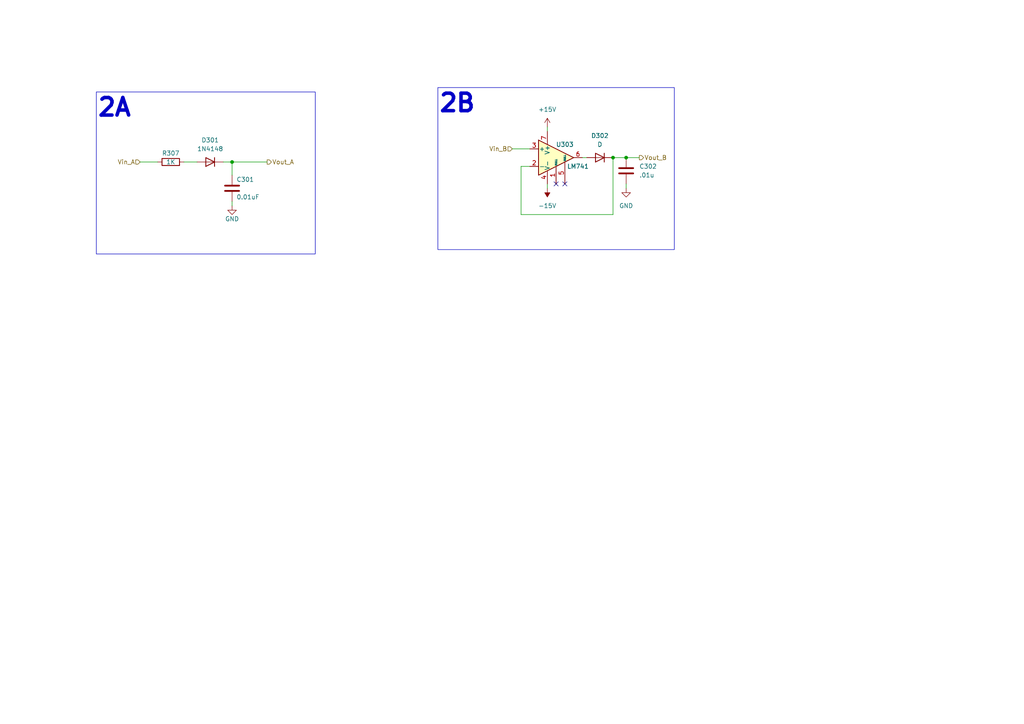
<source format=kicad_sch>
(kicad_sch (version 20230121) (generator eeschema)
  (paper "A4")
  (lib_symbols
    (symbol "Amplifier_Operational:LM741" (pin_names (offset 0.127))
      (property "Reference" "U" (at 0 6.35 0))
      (property "Value" "LM741" (at 0 3.81 0))
      (symbol "LM741_0_1"
        (polyline (pts (xy -5.08 5.08) (xy 5.08 0) (xy -5.08 -5.08) (xy -5.08 5.08)) (stroke (width 0.254)) (fill (type background)))
      )
      (symbol "LM741_1_1"
        (pin input line (at 0 -7.62 90) (length 5.08) (name "NULL") (number "1"))
        (pin input line (at -7.62 -2.54 0) (length 2.54) (name "-") (number "2"))
        (pin input line (at -7.62 2.54 0) (length 2.54) (name "+") (number "3"))
        (pin power_in line (at -2.54 -7.62 90) (length 3.81) (name "V-") (number "4"))
        (pin input line (at 2.54 -7.62 90) (length 6.35) (name "NULL") (number "5"))
        (pin output line (at 7.62 0 180) (length 2.54) (name "~") (number "6"))
        (pin power_in line (at -2.54 7.62 270) (length 3.81) (name "V+") (number "7"))
        (pin no_connect line (at 0 2.54 270) (length 2.54) hide (name "NC") (number "8"))
      )
    )
    (symbol "Device:C" (pin_numbers hide) (pin_names (offset 0.254))
      (property "Reference" "C" (at 0.635 2.54 0))
      (property "Value" "C" (at 0.635 -2.54 0))
      (symbol "C_0_1"
        (polyline (pts (xy -2.032 -0.762) (xy 2.032 -0.762)) (stroke (width 0.508)))
        (polyline (pts (xy -2.032 0.762) (xy 2.032 0.762)) (stroke (width 0.508)))
      )
      (symbol "C_1_1"
        (pin passive line (at 0 3.81 270) (length 2.794) (name "~") (number "1"))
        (pin passive line (at 0 -3.81 90) (length 2.794) (name "~") (number "2"))
      )
    )
    (symbol "Device:D" (pin_numbers hide) (pin_names (offset 1.016) hide)
      (property "Reference" "D" (at 0 2.54 0))
      (property "Value" "D" (at 0 -2.54 0))
      (symbol "D_0_1"
        (polyline (pts (xy -1.27 1.27) (xy -1.27 -1.27)) (stroke (width 0.254)))
        (polyline (pts (xy 1.27 0) (xy -1.27 0)))
        (polyline (pts (xy 1.27 1.27) (xy 1.27 -1.27) (xy -1.27 0) (xy 1.27 1.27)) (stroke (width 0.254)))
      )
      (symbol "D_1_1"
        (pin passive line (at -3.81 0 0) (length 2.54) (name "K") (number "1"))
        (pin passive line (at 3.81 0 180) (length 2.54) (name "A") (number "2"))
      )
    )
    (symbol "Device:R" (pin_numbers hide) (pin_names (offset 0))
      (property "Reference" "R" (at 2.032 0 90))
      (property "Value" "R" (at 0 0 90))
      (symbol "R_0_1"
        (rectangle (start -1.016 -2.54) (end 1.016 2.54) (stroke (width 0.254)))
      )
      (symbol "R_1_1"
        (pin passive line (at 0 3.81 270) (length 1.27) (name "~") (number "1"))
        (pin passive line (at 0 -3.81 90) (length 1.27) (name "~") (number "2"))
      )
    )
    (symbol "Diode:1N4148" (pin_numbers hide) (pin_names hide)
      (property "Reference" "D" (at 0 2.54 0))
      (property "Value" "1N4148" (at 0 -2.54 0))
      (symbol "1N4148_0_1"
        (polyline (pts (xy -1.27 1.27) (xy -1.27 -1.27)) (stroke (width 0.254)))
        (polyline (pts (xy 1.27 0) (xy -1.27 0)))
        (polyline (pts (xy 1.27 1.27) (xy 1.27 -1.27) (xy -1.27 0) (xy 1.27 1.27)) (stroke (width 0.254)))
      )
      (symbol "1N4148_1_1"
        (pin passive line (at -3.81 0 0) (length 2.54) (name "K") (number "1"))
        (pin passive line (at 3.81 0 180) (length 2.54) (name "A") (number "2"))
      )
    )
    (symbol "power:+15V" (power) (pin_names (offset 0))
      (property "Value" "+15V" (at 0 3.556 0))
      (symbol "+15V_0_1"
        (polyline (pts (xy -0.762 1.27) (xy 0 2.54)))
        (polyline (pts (xy 0 0) (xy 0 2.54)))
        (polyline (pts (xy 0 2.54) (xy 0.762 1.27)))
      )
      (symbol "+15V_1_1"
        (pin power_in line (at 0 0 90) (length 0) hide (name "+15V") (number "1"))
      )
    )
    (symbol "power:-15V" (power) (pin_names (offset 0))
      (property "Value" "-15V" (at 0 3.81 0))
      (symbol "-15V_0_0"
        (pin power_in line (at 0 0 90) (length 0) hide (name "-15V") (number "1"))
      )
      (symbol "-15V_0_1"
        (polyline (pts (xy 0 0) (xy 0 1.27) (xy 0.762 1.27) (xy 0 2.54) (xy -0.762 1.27) (xy 0 1.27)) (fill (type outline)))
      )
    )
    (symbol "power:GND" (power) (pin_names (offset 0))
      (property "Value" "GND" (at 0 -3.81 0))
      (symbol "GND_0_1"
        (polyline (pts (xy 0 0) (xy 0 -1.27) (xy 1.27 -1.27) (xy 0 -2.54) (xy -1.27 -1.27) (xy 0 -1.27)))
      )
      (symbol "GND_1_1"
        (pin power_in line (at 0 0 270) (length 0) hide (name "GND") (number "1"))
      )
    )
  )
  (junction (at 177.8 45.72))
  (junction (at 181.61 45.72))
  (junction (at 67.31 46.99))
  (no_connect (at 161.29 53.34))
  (no_connect (at 163.83 53.34))
  (wire (pts (xy 151.13 62.23) (xy 151.13 48.26)))
  (wire (pts (xy 177.8 45.72) (xy 181.61 45.72)))
  (wire (pts (xy 53.34 46.99) (xy 57.15 46.99)))
  (wire (pts (xy 64.77 46.99) (xy 67.31 46.99)))
  (wire (pts (xy 151.13 48.26) (xy 153.67 48.26)))
  (wire (pts (xy 148.59 43.18) (xy 153.67 43.18)))
  (wire (pts (xy 67.31 46.99) (xy 67.31 50.8)))
  (wire (pts (xy 168.91 45.72) (xy 170.18 45.72)))
  (wire (pts (xy 177.8 45.72) (xy 177.8 62.23)))
  (wire (pts (xy 181.61 45.72) (xy 185.42 45.72)))
  (wire (pts (xy 40.64 46.99) (xy 45.72 46.99)))
  (wire (pts (xy 158.75 36.83) (xy 158.75 38.1)))
  (wire (pts (xy 67.31 46.99) (xy 77.47 46.99)))
  (wire (pts (xy 67.31 58.42) (xy 67.31 59.69)))
  (wire (pts (xy 181.61 53.34) (xy 181.61 54.61)))
  (wire (pts (xy 177.8 62.23) (xy 151.13 62.23)))
  (wire (pts (xy 158.75 53.34) (xy 158.75 54.61)))
  (rectangle (start 127 25.4) (end 195.58 72.39))
  (rectangle (start 27.94 26.67) (end 91.44 73.66))
  (text "2B" (at 127 33.02 0) (effects (font (size 5.08 5.08) (thickness 1.016) bold) (justify left bottom)))
  (text "2A" (at 27.94 34.29 0) (effects (font (size 5.08 5.08) (thickness 1.016) bold) (justify left bottom)))
  (hierarchical_label "Vout_B" (shape output) (at 185.42 45.72 0))
  (hierarchical_label "Vin_B" (shape input) (at 148.59 43.18 180))
  (hierarchical_label "Vout_A" (shape output) (at 77.47 46.99 0))
  (hierarchical_label "Vin_A" (shape input) (at 40.64 46.99 180))
  (symbol (lib_id "power:GND") (at 181.61 54.61 0) (unit 1)
    (property "Reference" "#PWR0310" (effects hide))
    (property "Value" "GND" (at 181.61 59.69 0))
  )
  (symbol (lib_id "Device:D") (at 173.99 45.72 180) (unit 1)
    (property "Reference" "D302" (at 173.99 39.37 0))
    (property "Value" "D" (at 173.99 41.91 0))
    (property "Sim.Device" "D" (effects hide))
    (property "Sim.Pins" "1=K 2=A" (effects hide))
  )
  (symbol (lib_id "Device:R") (at 49.53 46.99 90) (unit 1)
    (property "Reference" "R307" (at 49.53 44.45 90))
    (property "Value" "1K" (at 49.53 46.99 90))
  )
  (symbol (lib_id "power:+15V") (at 158.75 36.83 0) (unit 1)
    (property "Reference" "#PWR0308" (effects hide))
    (property "Value" "+15V" (at 158.75 31.75 0))
  )
  (symbol (lib_id "power:-15V") (at 158.75 54.61 180) (unit 1)
    (property "Reference" "#PWR0309" (effects hide))
    (property "Value" "-15V" (at 158.75 59.69 0))
  )
  (symbol (lib_id "Amplifier_Operational:LM741") (at 161.29 45.72 0) (unit 1)
    (property "Reference" "U303" (at 163.83 41.91 0))
    (property "Value" "LM741" (at 167.64 48.26 0))
    (property "Datasheet" "http://www.ti.com/lit/ds/symlink/lm741.pdf" (effects hide))
  )
  (symbol (lib_id "power:GND") (at 67.31 59.69 0) (unit 1)
    (property "Reference" "#PWR02" (effects hide))
    (property "Value" "GND" (at 67.31 63.5 0))
    (instances (project "Lab03" (path "" (reference "#PWR02") (unit 1)) (path "" (reference "#PWR0307") (unit 1))))
  )
  (symbol (lib_id "Device:C") (at 181.61 49.53 0) (unit 1)
    (property "Reference" "C302" (at 185.42 48.26 0) (effects (justify left)))
    (property "Value" ".01u" (at 185.42 50.8 0) (effects (justify left)))
  )
  (symbol (lib_id "Diode:1N4148") (at 60.96 46.99 180) (unit 1)
    (property "Reference" "D301" (at 60.96 40.64 0))
    (property "Value" "1N4148" (at 60.96 43.18 0))
    (property "Footprint" "Diode_THT:D_DO-35_SOD27_P7.62mm_Horizontal" (effects hide))
    (property "Datasheet" "https://assets.nexperia.com/documents/data-sheet/1N4148_1N4448.pdf" (effects hide))
    (property "Sim.Device" "D" (effects hide))
    (property "Sim.Pins" "1=K 2=A" (effects hide))
  )
  (symbol (lib_id "Device:C") (at 67.31 54.61 0) (unit 1)
    (property "Reference" "C301" (at 68.58 52.07 0) (effects (justify left)))
    (property "Value" "0.01uF" (at 68.58 57.15 0) (effects (justify left)))
  )
)
</source>
